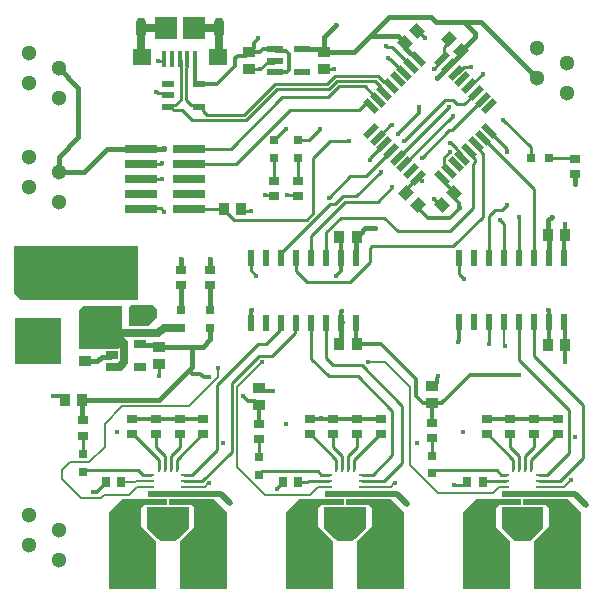
<source format=gbr>
%TF.GenerationSoftware,Altium Limited,Altium Designer,22.11.1 (43)*%
G04 Layer_Physical_Order=1*
G04 Layer_Color=255*
%FSLAX45Y45*%
%MOMM*%
%TF.SameCoordinates,5EC9F59A-04D6-4A79-9134-D6B8A4EC69BD*%
%TF.FilePolarity,Positive*%
%TF.FileFunction,Copper,L1,Top,Signal*%
%TF.Part,Single*%
G01*
G75*
%TA.AperFunction,SMDPad,CuDef*%
%ADD10R,1.05000X0.95000*%
%ADD11R,0.53260X1.45610*%
%ADD12R,1.00000X0.70000*%
%ADD13R,4.80000X4.58000*%
%ADD14R,4.00000X4.00000*%
%ADD15R,0.80000X0.80000*%
%ADD16R,0.95000X0.80000*%
%ADD17R,0.95000X1.05000*%
%ADD18R,0.80000X0.95000*%
%ADD19R,0.60000X1.62000*%
%TA.AperFunction,SMDPad,SMDef*%
%ADD20R,0.60000X0.25000*%
%ADD21R,3.50000X0.50000*%
%ADD22R,1.67500X0.50000*%
%ADD23R,3.50000X1.40000*%
%ADD24R,0.25000X0.60000*%
%TA.AperFunction,SMDPad,CuDef*%
%ADD25R,4.00000X4.00000*%
%ADD26R,1.42000X0.58000*%
G04:AMPARAMS|DCode=27|XSize=1.05mm|YSize=0.95mm|CornerRadius=0mm|HoleSize=0mm|Usage=FLASHONLY|Rotation=45.000|XOffset=0mm|YOffset=0mm|HoleType=Round|Shape=Rectangle|*
%AMROTATEDRECTD27*
4,1,4,-0.03535,-0.70711,-0.70711,-0.03535,0.03535,0.70711,0.70711,0.03535,-0.03535,-0.70711,0.0*
%
%ADD27ROTATEDRECTD27*%

G04:AMPARAMS|DCode=28|XSize=1.05mm|YSize=0.95mm|CornerRadius=0mm|HoleSize=0mm|Usage=FLASHONLY|Rotation=315.000|XOffset=0mm|YOffset=0mm|HoleType=Round|Shape=Rectangle|*
%AMROTATEDRECTD28*
4,1,4,-0.70711,0.03535,-0.03535,0.70711,0.70711,-0.03535,0.03535,-0.70711,-0.70711,0.03535,0.0*
%
%ADD28ROTATEDRECTD28*%

%ADD29R,0.80000X0.80000*%
%ADD30R,2.79400X0.73660*%
%ADD31R,1.00000X0.60000*%
G04:AMPARAMS|DCode=32|XSize=0.5008mm|YSize=1.3589mm|CornerRadius=0mm|HoleSize=0mm|Usage=FLASHONLY|Rotation=45.000|XOffset=0mm|YOffset=0mm|HoleType=Round|Shape=Rectangle|*
%AMROTATEDRECTD32*
4,1,4,0.30338,-0.65750,-0.65750,0.30338,-0.30338,0.65750,0.65750,-0.30338,0.30338,-0.65750,0.0*
%
%ADD32ROTATEDRECTD32*%

G04:AMPARAMS|DCode=33|XSize=0.5008mm|YSize=1.3589mm|CornerRadius=0mm|HoleSize=0mm|Usage=FLASHONLY|Rotation=315.000|XOffset=0mm|YOffset=0mm|HoleType=Round|Shape=Rectangle|*
%AMROTATEDRECTD33*
4,1,4,-0.65750,-0.30338,0.30338,0.65750,0.65750,0.30338,-0.30338,-0.65750,-0.65750,-0.30338,0.0*
%
%ADD33ROTATEDRECTD33*%

%ADD34R,1.90000X1.90000*%
%TA.AperFunction,ConnectorPad*%
%ADD35R,1.60000X1.40000*%
%ADD36R,0.40000X1.35000*%
%TA.AperFunction,Conductor*%
%ADD37C,0.49000*%
%ADD38C,0.33000*%
%ADD39C,0.20000*%
%ADD40C,0.45000*%
%ADD41C,0.25400*%
%ADD42C,0.40000*%
%ADD43C,0.32000*%
%ADD44C,0.35000*%
%ADD45C,0.26111*%
%ADD46C,0.70000*%
%TA.AperFunction,ComponentPad*%
%ADD47C,1.30000*%
%ADD48O,0.90000X1.80000*%
%TA.AperFunction,ViaPad*%
%ADD49C,0.45000*%
G36*
X1387500Y810392D02*
X1225000D01*
X1223030Y810000D01*
X1205000D01*
Y810000D01*
X1200000D01*
X1175000Y785000D01*
Y625000D01*
X1300000Y500000D01*
Y100000D01*
X900000D01*
Y747500D01*
X1011912Y859412D01*
X1069999D01*
X1070000Y859412D01*
X1072956Y860000D01*
X1387500D01*
Y810392D01*
D02*
G37*
G36*
X1575000Y612500D02*
X1482500Y520000D01*
X1480000D01*
Y517500D01*
X1462500Y500000D01*
X1337500D01*
X1320000Y517500D01*
Y520000D01*
X1317500D01*
X1225000Y612500D01*
Y790000D01*
X1575000D01*
Y612500D01*
D02*
G37*
G36*
X1900085Y747681D02*
Y100181D01*
X1500085D01*
Y500181D01*
X1625085Y625181D01*
Y785181D01*
X1600085Y810180D01*
X1576062D01*
X1575000Y810392D01*
X1412500D01*
Y859628D01*
X1788137D01*
X1900085Y747681D01*
D02*
G37*
G36*
X1150000Y2540000D02*
X160000D01*
X100000Y2600000D01*
Y3000000D01*
X1150000D01*
Y2540000D01*
D02*
G37*
G36*
X1310000Y2460000D02*
Y2400000D01*
X1230000Y2320000D01*
X1070000D01*
Y2480000D01*
X1090000Y2500000D01*
X1270000D01*
X1310000Y2460000D01*
D02*
G37*
G36*
X1015000Y2165000D02*
X980000Y2130000D01*
X650000D01*
Y2462500D01*
X677500Y2490000D01*
X1015000D01*
Y2165000D01*
D02*
G37*
G36*
X2887500Y810392D02*
X2725000D01*
X2723030Y810000D01*
X2705000D01*
Y810000D01*
X2700000D01*
X2675000Y785000D01*
Y625000D01*
X2800000Y500000D01*
Y100000D01*
X2400000D01*
Y747500D01*
X2511912Y859412D01*
X2599999D01*
X2600000Y859412D01*
X2602956Y860000D01*
X2887500D01*
Y810392D01*
D02*
G37*
G36*
X3075000Y612892D02*
X2982108Y520000D01*
X2980000D01*
Y517892D01*
X2962500Y500392D01*
X2837500D01*
X2820000Y517892D01*
Y520000D01*
X2817892D01*
X2725000Y612892D01*
Y790000D01*
X3075000D01*
Y612892D01*
D02*
G37*
G36*
X3400000Y747500D02*
Y100000D01*
X3000000D01*
Y500000D01*
X3125000Y625000D01*
Y785000D01*
X3100000Y810000D01*
X3095000D01*
Y810000D01*
X3076970D01*
X3075000Y810392D01*
X2912500D01*
Y859628D01*
X3287872D01*
X3400000Y747500D01*
D02*
G37*
G36*
X4575000Y612892D02*
X4482108Y520000D01*
X4480000D01*
Y517892D01*
X4462500Y500392D01*
X4337500D01*
X4320000Y517892D01*
Y520000D01*
X4317892D01*
X4225000Y612892D01*
Y790000D01*
X4575000D01*
Y612892D01*
D02*
G37*
G36*
X4387500Y810392D02*
X4225000D01*
X4223030Y810000D01*
X4205000D01*
Y810000D01*
X4200000D01*
X4175000Y785000D01*
Y625000D01*
X4300000Y500000D01*
Y100000D01*
X3900000D01*
Y747500D01*
X4012500Y860000D01*
X4387500D01*
Y810392D01*
D02*
G37*
G36*
X4900395Y747186D02*
Y99686D01*
X4500395D01*
Y499686D01*
X4625395Y624686D01*
Y784686D01*
X4600395Y809685D01*
X4595000D01*
Y810000D01*
X4576970D01*
X4575000Y810392D01*
X4412500D01*
Y859628D01*
X4787952D01*
X4900395Y747186D01*
D02*
G37*
D10*
X1325000Y2147500D02*
D03*
Y2002500D02*
D03*
X3640000Y1667500D02*
D03*
Y1812500D02*
D03*
X2170000Y1657500D02*
D03*
Y1802500D02*
D03*
X700000Y2027500D02*
D03*
Y2172500D02*
D03*
X2720000Y4497500D02*
D03*
Y4642500D02*
D03*
X2090000Y4497500D02*
D03*
Y4642500D02*
D03*
D11*
X4754000Y2900000D02*
D03*
X4627000D02*
D03*
X4500000D02*
D03*
X4373000D02*
D03*
X4246000D02*
D03*
X4119000D02*
D03*
X3992000D02*
D03*
X3865000D02*
D03*
Y2355610D02*
D03*
X3992000D02*
D03*
X4119000D02*
D03*
X4246000D02*
D03*
X4373000D02*
D03*
X4500000D02*
D03*
X4627000D02*
D03*
X4754000D02*
D03*
X2994500Y2352805D02*
D03*
X2867500D02*
D03*
X2740500D02*
D03*
X2613500D02*
D03*
X2486500D02*
D03*
X2359500D02*
D03*
X2232500D02*
D03*
X2105500D02*
D03*
Y2897195D02*
D03*
X2232500D02*
D03*
X2359500D02*
D03*
X2486500D02*
D03*
X2613500D02*
D03*
X2740500D02*
D03*
X2867500D02*
D03*
X2994500D02*
D03*
D12*
X1165000Y2170000D02*
D03*
Y1980000D02*
D03*
X925000D02*
D03*
Y2075000D02*
D03*
Y2170000D02*
D03*
D13*
X910000Y2770000D02*
D03*
D14*
X300000Y2800000D02*
D03*
D15*
X2300000Y3745000D02*
D03*
Y3895000D02*
D03*
X2500000Y3745000D02*
D03*
Y3895000D02*
D03*
X3640000Y1075000D02*
D03*
Y1225000D02*
D03*
X2170000Y1065000D02*
D03*
Y1215000D02*
D03*
X680000Y1090000D02*
D03*
Y1240000D02*
D03*
X1510000Y2310000D02*
D03*
Y2460000D02*
D03*
X1760000Y2310000D02*
D03*
Y2460000D02*
D03*
D16*
X2300000Y3555000D02*
D03*
Y3425000D02*
D03*
X2500000Y3555000D02*
D03*
Y3425000D02*
D03*
X3640000Y1505000D02*
D03*
Y1375000D02*
D03*
X2170000Y1495000D02*
D03*
Y1365000D02*
D03*
X680000Y1525000D02*
D03*
Y1395000D02*
D03*
X4100000Y1540000D02*
D03*
Y1410000D02*
D03*
X4300000Y1540000D02*
D03*
Y1410000D02*
D03*
X4500000Y1540000D02*
D03*
Y1410000D02*
D03*
X4700000Y1540000D02*
D03*
Y1410000D02*
D03*
X1100000Y1540000D02*
D03*
Y1410000D02*
D03*
X1300000Y1540000D02*
D03*
Y1410000D02*
D03*
X1500000Y1540000D02*
D03*
Y1410000D02*
D03*
X1700000Y1540000D02*
D03*
Y1410000D02*
D03*
X2600000Y1540000D02*
D03*
Y1410000D02*
D03*
X2800000Y1540000D02*
D03*
Y1410000D02*
D03*
X3000000Y1540000D02*
D03*
Y1410000D02*
D03*
X3200000Y1540000D02*
D03*
Y1410000D02*
D03*
X1510000Y2800000D02*
D03*
Y2670000D02*
D03*
X1760000Y2800000D02*
D03*
Y2670000D02*
D03*
X4850000Y3610000D02*
D03*
Y3740000D02*
D03*
D17*
X672500Y1700000D02*
D03*
X527500D02*
D03*
X2022500Y3310000D02*
D03*
X1877500D02*
D03*
X2852500Y2175000D02*
D03*
X2997500D02*
D03*
X4617500Y2160000D02*
D03*
X4762500D02*
D03*
X2852500Y3075000D02*
D03*
X2997500D02*
D03*
X4617500Y3090000D02*
D03*
X4762500D02*
D03*
D18*
X4065000Y1000000D02*
D03*
X3935000D02*
D03*
X1005000D02*
D03*
X875000D02*
D03*
X2505000D02*
D03*
X2375000D02*
D03*
D19*
X719500Y2399000D02*
D03*
X846500D02*
D03*
X973500D02*
D03*
X1100500D02*
D03*
D20*
X4260000Y1062500D02*
D03*
Y1012500D02*
D03*
Y962500D02*
D03*
X4540000D02*
D03*
Y1012500D02*
D03*
Y1062500D02*
D03*
X2760000D02*
D03*
Y1012500D02*
D03*
Y962500D02*
D03*
X3040000D02*
D03*
Y1012500D02*
D03*
Y1062500D02*
D03*
X1260000D02*
D03*
Y1012500D02*
D03*
Y962500D02*
D03*
X1540000D02*
D03*
Y1012500D02*
D03*
Y1062500D02*
D03*
D21*
X4400000Y905000D02*
D03*
X2900000D02*
D03*
X1400000D02*
D03*
D22*
X4308750Y835000D02*
D03*
X4491250D02*
D03*
X2808750D02*
D03*
X2991250D02*
D03*
X1308750D02*
D03*
X1491250D02*
D03*
D23*
X4400000Y720000D02*
D03*
X2900000D02*
D03*
X1400000D02*
D03*
D24*
X4475000Y1115000D02*
D03*
X4425000D02*
D03*
X4375000D02*
D03*
X4325000D02*
D03*
X2975000D02*
D03*
X2925000D02*
D03*
X2875000D02*
D03*
X2825000D02*
D03*
X1475000D02*
D03*
X1425000D02*
D03*
X1375000D02*
D03*
X1325000D02*
D03*
D25*
X1100000Y300000D02*
D03*
X1700000D02*
D03*
X2600000D02*
D03*
X3200000D02*
D03*
X4700000D02*
D03*
X4100000D02*
D03*
X300000Y2200000D02*
D03*
D26*
X2305500Y4665000D02*
D03*
Y4570000D02*
D03*
Y4475000D02*
D03*
X2534500D02*
D03*
Y4665000D02*
D03*
D27*
X3778734Y4751265D02*
D03*
X3881265Y4648735D02*
D03*
X3418735Y3451265D02*
D03*
X3521265Y3348735D02*
D03*
D28*
X3511265Y4821265D02*
D03*
X3408734Y4718735D02*
D03*
X3718734Y3348735D02*
D03*
X3821265Y3451265D02*
D03*
D29*
X4475000Y3750000D02*
D03*
X4625000D02*
D03*
D30*
X1581400Y3317000D02*
D03*
X1175000D02*
D03*
X1581400Y3444000D02*
D03*
X1175000D02*
D03*
X1581400Y3571000D02*
D03*
X1175000D02*
D03*
X1581400Y3698000D02*
D03*
X1175000D02*
D03*
X1581400Y3825000D02*
D03*
X1175000D02*
D03*
D31*
X1400000Y4180000D02*
D03*
Y4275000D02*
D03*
Y4370000D02*
D03*
X1660000Y4180000D02*
D03*
Y4370000D02*
D03*
D32*
X3724196Y3579824D02*
D03*
X3780764Y3636393D02*
D03*
X3837333Y3692962D02*
D03*
X3893901Y3749530D02*
D03*
X3950470Y3806099D02*
D03*
X4007038Y3862667D02*
D03*
X4063607Y3919235D02*
D03*
X4120175Y3975804D02*
D03*
X3515804Y4580175D02*
D03*
X3459236Y4523607D02*
D03*
X3402667Y4467038D02*
D03*
X3346098Y4410470D02*
D03*
X3289530Y4353901D02*
D03*
X3232962Y4297333D02*
D03*
X3176393Y4240764D02*
D03*
X3119824Y4184196D02*
D03*
D33*
X4120175D02*
D03*
X4063607Y4240764D02*
D03*
X4007038Y4297333D02*
D03*
X3950470Y4353901D02*
D03*
X3893901Y4410470D02*
D03*
X3837333Y4467038D02*
D03*
X3780764Y4523607D02*
D03*
X3724196Y4580175D02*
D03*
X3119824Y3975804D02*
D03*
X3176393Y3919236D02*
D03*
X3232962Y3862667D02*
D03*
X3289530Y3806099D02*
D03*
X3346098Y3749530D02*
D03*
X3402667Y3692962D02*
D03*
X3459235Y3636393D02*
D03*
X3515804Y3579824D02*
D03*
D34*
X1380000Y4850000D02*
D03*
X1620000D02*
D03*
D35*
X1180000Y4605000D02*
D03*
X1820000D02*
D03*
D36*
X1370000Y4582500D02*
D03*
X1435000D02*
D03*
X1500000D02*
D03*
X1565000D02*
D03*
X1630000D02*
D03*
D37*
X3227500Y905000D02*
X3342500D01*
X3427500Y820000D01*
X4745000Y905000D02*
X4842500D01*
X4621250D02*
X4745000D01*
X4400000D02*
X4621250D01*
X3121250D02*
X3227500D01*
X2900000D02*
X3121250D01*
X1760000D02*
X1850000D01*
X1645000D02*
X1760000D01*
X1400000D02*
X1645000D01*
X1850000D02*
X1926250Y828750D01*
X4842500Y905000D02*
X4937500Y810000D01*
D38*
X2325000Y942500D02*
X2375000Y992500D01*
Y1000000D01*
X430000Y1730000D02*
X497500D01*
X527500Y1700000D01*
X3676000Y1886000D02*
X3690000Y1900000D01*
X3640000Y1812500D02*
X3645000D01*
X3676000Y1843500D01*
Y1886000D01*
X3862296Y2192296D02*
Y2352906D01*
X3865000Y2355610D01*
X3860000Y2190000D02*
X3862296Y2192296D01*
X1100000Y1540000D02*
X1300000D01*
X1500000D02*
X1700000D01*
X2600000Y1540000D02*
X2800000D01*
X2592500Y1540000D02*
X2600000D01*
X3000000Y1540000D02*
X3200000D01*
X1605000Y1920000D02*
X1672224D01*
X1575000Y1950000D02*
X1605000Y1920000D01*
X1672224D02*
X1702204Y1890021D01*
X1745388D01*
X1747684Y1892317D01*
X1575000Y1950000D02*
X1575000D01*
X2200204Y1772296D02*
X2287704D01*
X2170000Y1802500D02*
X2200204Y1772296D01*
X2287704D02*
X2290000Y1770000D01*
X4500000Y1540000D02*
X4700000D01*
X4300000D02*
X4500000D01*
X4200000D02*
X4300000D01*
X4100000D02*
X4200000D01*
X4100000Y1540000D02*
X4100000Y1540000D01*
X2997500Y2175000D02*
X3202500D01*
X3500000Y1800000D02*
Y1877500D01*
X3202500Y2175000D02*
X3500000Y1877500D01*
X2034243Y1730996D02*
Y1734243D01*
Y1730996D02*
X2074747Y1690491D01*
Y1688500D02*
Y1690491D01*
X2165000Y1657500D02*
X2170000D01*
X2134000Y1688500D02*
X2165000Y1657500D01*
X2074747Y1688500D02*
X2134000D01*
X2996000Y2176500D02*
Y2351305D01*
Y2176500D02*
X2997500Y2175000D01*
X2994500Y2352805D02*
X2996000Y2351305D01*
X2800000Y1540000D02*
X3000000D01*
X2600000Y1540000D02*
X2600000Y1540000D01*
X3647669Y1675169D02*
X3722669D01*
X3734119Y1685000D02*
X3959119Y1910000D01*
X4370000D01*
X3732500Y1685000D02*
X3734119D01*
X3722669Y1675169D02*
X3732500Y1685000D01*
X3640000Y1667500D02*
X3647669Y1675169D01*
X3640000Y1505000D02*
Y1667500D01*
X2170000Y1495000D02*
Y1657500D01*
X802500Y920000D02*
X875000Y992500D01*
X770000Y920000D02*
X802500D01*
X875000Y992500D02*
Y1000000D01*
X1300000Y1540000D02*
X1500000D01*
X4761250Y2021250D02*
Y2158750D01*
X4760000Y2020000D02*
X4761250Y2021250D01*
Y2158750D02*
X4762500Y2160000D01*
X3634831Y1672669D02*
X3640000Y1667500D01*
X3500000Y1730000D02*
X3557331Y1672669D01*
X3634831D01*
X3500000Y1730000D02*
Y1800000D01*
X4754000Y2355610D02*
X4758250Y2351360D01*
Y2164250D02*
Y2351360D01*
Y2164250D02*
X4762500Y2160000D01*
D39*
X1981743Y1130831D02*
X2222573Y890000D01*
X2600000D01*
X2672500Y962500D01*
X2760000D01*
X837500Y867500D02*
X860000Y890000D01*
X1070000D01*
X1142500Y962500D01*
X1015000Y1647500D02*
X1577113D01*
X1820000Y1890387D01*
X865340Y1497840D02*
X1015000Y1647500D01*
X1820000Y1890387D02*
Y1970000D01*
X3448100Y1144474D02*
Y1642287D01*
Y1144474D02*
X3682574Y910000D01*
X3447500Y1642887D02*
X3448100Y1642287D01*
X3447500Y1642887D02*
Y1806746D01*
X865340Y1302914D02*
Y1497840D01*
X3090000Y2020000D02*
X3094783Y2015217D01*
X3239030D01*
X3447500Y1806746D01*
X4202500Y962500D02*
X4260000D01*
X3682574Y910000D02*
X4150000D01*
X4202500Y962500D01*
X662500Y867500D02*
X837500D01*
X500000Y1030000D02*
X662500Y867500D01*
X500000Y1030000D02*
Y1100000D01*
X570000Y1170000D01*
X732426D01*
X865340Y1302914D01*
X1981743Y1803678D02*
X2194363Y2016298D01*
X1981743Y1130831D02*
Y1803678D01*
X3040000Y962500D02*
X3290735D01*
X3318235Y990000D02*
X3325000D01*
X3290735Y962500D02*
X3318235Y990000D01*
X4540000Y962500D02*
X4752500D01*
X4810000Y1020000D01*
X1740735Y990000D02*
X1747500D01*
X1540000Y962500D02*
X1713235D01*
X1740735Y990000D01*
X4248000Y2152000D02*
Y2353610D01*
Y2152000D02*
X4250000Y2150000D01*
X4246000Y2355610D02*
X4248000Y2353610D01*
X1123432Y1000000D02*
X1135932Y1012500D01*
X1005000Y1000000D02*
X1123432D01*
X1135932Y1012500D02*
X1260000D01*
X1142500Y962500D02*
X1260000D01*
D40*
X676250Y1528750D02*
Y1696250D01*
X672500Y1700000D02*
X1325000D01*
X1575000Y1950000D01*
X1600000Y1975000D01*
X4850000Y3525000D02*
Y3610000D01*
X4617500Y3090000D02*
Y3217500D01*
X4650000Y3250000D01*
X4617500Y3090000D02*
X4622870Y3084630D01*
Y2904130D02*
X4627000Y2900000D01*
X4622870Y2904130D02*
Y3084630D01*
X702500Y2025000D02*
X802500D01*
X840000Y2062500D02*
X912500D01*
X802500Y2025000D02*
X840000Y2062500D01*
X676250Y1528750D02*
X680000Y1525000D01*
X672500Y1700000D02*
X676250Y1696250D01*
X1600000Y2147500D02*
X1697500D01*
X1325000D02*
X1600000D01*
Y1975000D02*
Y2147500D01*
X1697500D02*
X1760000Y2210000D01*
Y2310000D01*
X1510000Y2800000D02*
Y2890000D01*
X1760000Y2800000D02*
Y2890000D01*
X700000Y2027500D02*
X702500Y2025000D01*
X912500Y2062500D02*
X925000Y2075000D01*
X450000Y2050000D02*
X472500Y2027500D01*
X1176250Y2158750D02*
X1313750D01*
X1325000Y2147500D01*
X1165000Y2170000D02*
X1176250Y2158750D01*
X2997500Y3080000D02*
X3022500Y3105000D01*
X3027500D01*
X3072500Y3150000D01*
X2997500Y3075000D02*
Y3080000D01*
X3072500Y3150000D02*
X3150000D01*
X2867500Y2352805D02*
X2871630Y2356935D01*
X2863370Y2185870D02*
Y2348675D01*
X2867500Y2352805D01*
X2852500Y2175000D02*
X2863370Y2185870D01*
X2996000Y2898695D02*
Y3073500D01*
X1760000Y2460000D02*
Y2670000D01*
X1510000Y2460000D02*
Y2670000D01*
D41*
X1325000Y1900000D02*
Y2002500D01*
X1320000D02*
X1325000D01*
X1320000Y4570000D02*
X1362700D01*
Y4575200D02*
X1370000Y4582500D01*
X1362700Y4570000D02*
Y4575200D01*
X1602500Y1062500D02*
X1814800Y1274800D01*
Y1824800D02*
X2160000Y2170000D01*
X1814800Y1274800D02*
Y1824800D01*
X4612500Y1062500D02*
X4794800Y1244800D01*
Y1615200D01*
X4373000Y2037000D02*
X4794800Y1615200D01*
X3724196Y4580175D02*
X3754534Y4610514D01*
X3738275Y4644224D02*
X3754534Y4627966D01*
Y4610514D02*
Y4627966D01*
X3738275Y4644224D02*
Y4684639D01*
X3778734Y4725098D01*
Y4751265D01*
X3724196Y4577185D02*
Y4580175D01*
X1318204Y4292300D02*
X1382700D01*
X1400000Y4275000D01*
X1305304Y4305200D02*
X1318204Y4292300D01*
X1300000Y4305200D02*
X1305304D01*
X2300000Y3895000D02*
X2395000Y3990000D01*
X2400000D01*
X3263750Y4586250D02*
X3283456D01*
X3260000Y4590000D02*
X3263750Y4586250D01*
X3283456D02*
X3402667Y4467038D01*
X2630000Y3750000D02*
X2770000Y3890000D01*
X2930000D01*
X3980000Y3693295D02*
X4000468Y3713763D01*
Y3738649D01*
X3950470Y3788647D02*
X4000468Y3738649D01*
X3980000Y3320000D02*
Y3693295D01*
X3950470Y3788647D02*
Y3806099D01*
X4070000Y3250000D02*
Y3782254D01*
X4007038Y3845216D02*
X4070000Y3782254D01*
X3784800Y3124800D02*
X3980000Y3320000D01*
X3345200Y3124800D02*
X3784800D01*
X3854784Y4467038D02*
X3907746Y4520000D01*
X3837333Y4467038D02*
X3854784D01*
X3907746Y4520000D02*
X3970000D01*
X3580000Y4760000D02*
X3580000D01*
X3511265Y4821265D02*
X3518734D01*
X3580000Y4760000D01*
X3650000Y4500000D02*
Y4502990D01*
X3724196Y4577185D01*
X1341500Y3318500D02*
X1370000Y3290000D01*
X1176500Y3318500D02*
X1341500D01*
X1175000Y3317000D02*
X1176500Y3318500D01*
X2410000Y3430000D02*
X2495000D01*
X2500000Y3425000D01*
X2220000Y3430000D02*
X2295000D01*
X2300000Y3425000D01*
X2430000Y4150000D02*
X3017699D01*
X2247700Y3967700D02*
X2430000Y4150000D01*
X3017699D02*
X3077134Y4209435D01*
X3094585D02*
X3119824Y4184196D01*
X3077134Y4209435D02*
X3094585D01*
X2851508Y4351889D02*
X3065268D01*
X3176393Y4240764D01*
X2370000Y4260000D02*
X2759619D01*
X2851508Y4351889D01*
X2500000Y3895000D02*
X2595000D01*
X2690000Y3990000D01*
X1935000Y3825000D02*
X2370000Y4260000D01*
X2230000Y2170000D02*
X2345570Y2285570D01*
X2160000Y2170000D02*
X2230000D01*
X2345570Y2338875D02*
X2359500Y2352805D01*
X2345570Y2285570D02*
Y2338875D01*
X1691935Y1012500D02*
X1939043Y1259607D01*
Y1839043D01*
X1540000Y1062500D02*
X1602500D01*
X2740500Y2049500D02*
X2800000Y1990000D01*
X3040000D02*
X3380000Y1650000D01*
X2800000Y1990000D02*
X3040000D01*
X2740500Y2049500D02*
Y2352805D01*
X2760000Y1900000D02*
X3005795D01*
X2613500Y2046500D02*
Y2352805D01*
Y2046500D02*
X2760000Y1900000D01*
X3005795D02*
X3300000Y1605795D01*
X3380000Y1160000D02*
Y1650000D01*
X3040000Y1062500D02*
X3132500D01*
X3300000Y1230000D02*
Y1605795D01*
X3132500Y1062500D02*
X3300000Y1230000D01*
X4915400Y1205400D02*
Y1654600D01*
X4500000Y2070000D02*
Y2355610D01*
Y2070000D02*
X4915400Y1654600D01*
X4540000Y1062500D02*
X4612500D01*
X3230000Y3240000D02*
X3345200Y3124800D01*
X2865000Y3240000D02*
X3230000D01*
X2740500Y3115500D02*
X2865000Y3240000D01*
X3825505Y3005505D02*
X4070000Y3250000D01*
X4119000Y2900000D02*
Y3255218D01*
X4171000Y3307218D01*
X3824825Y3005505D02*
X3825505D01*
X3816718Y2997398D02*
X3824825Y3005505D01*
X3127156Y2997398D02*
X3816718D01*
X3112277Y2869292D02*
Y2982519D01*
X3127156Y2997398D01*
X1581400Y3825000D02*
X1935000D01*
X2246455Y3967700D02*
X2247700D01*
X1581400Y3698000D02*
X1978000D01*
X2227300Y3947300D01*
Y3948545D02*
X2246455Y3967700D01*
X2227300Y3947300D02*
Y3948545D01*
X2720000Y4497500D02*
X2722500Y4500000D01*
X2810000D01*
X1176000Y3699000D02*
X1349000D01*
X1350000Y3700000D01*
X1175000Y3698000D02*
X1176000Y3699000D01*
X1175000Y3571000D02*
X1175500Y3570500D01*
X1349500D01*
X1350000Y3570000D01*
X2032500Y3300000D02*
X2100000D01*
X2022500Y3310000D02*
X2032500Y3300000D01*
X3515804Y3579824D02*
X3520176D01*
X3550000Y3550000D01*
X3701266Y3348735D02*
X3718734D01*
X3650000Y3400000D02*
X3650000D01*
X3701266Y3348735D01*
X2171498Y2071498D02*
X2281498D01*
X2473394Y2263394D02*
Y2337473D01*
X2281498Y2071498D02*
X2473394Y2263394D01*
Y2337473D02*
X2486500Y2350579D01*
X3232500Y1012500D02*
X3380000Y1160000D01*
X4722500Y1012500D02*
X4915400Y1205400D01*
X1939043Y1839043D02*
X2171498Y2071498D01*
X1540000Y1012500D02*
X1691935D01*
X3040000D02*
X3232500D01*
X2580200Y2694800D02*
X2937785D01*
X2486500Y2788500D02*
X2580200Y2694800D01*
X2937785D02*
X3112277Y2869292D01*
X2105500Y2794500D02*
Y2897195D01*
Y2794500D02*
X2150000Y2750000D01*
X3850000Y4200000D02*
X3909705D01*
X4007038Y4297333D01*
X3400000Y3890000D02*
X3745200Y4235200D01*
X3814800D01*
X3850000Y4200000D01*
X3347814Y3749530D02*
X3778284Y4180000D01*
X3780000D01*
X3346098Y3749530D02*
X3347814D01*
X3278407Y4021250D02*
X3296250D01*
X3176393Y3919236D02*
X3278407Y4021250D01*
X3296250D02*
X3300000Y4025000D01*
X2995400Y3420400D02*
X3200000Y3625000D01*
X2881195Y3420400D02*
X2995400D01*
X2815595Y3354800D02*
X2881195Y3420400D01*
X2770930Y3354800D02*
X2815595D01*
X2359500Y2943370D02*
X2770930Y3354800D01*
X2359500Y2897195D02*
Y2943370D01*
X3073824Y3590392D02*
X3289530Y3806099D01*
X2940392Y3590392D02*
X3073824D01*
X2760000Y3410000D02*
X2940392Y3590392D01*
X3175000Y3375000D02*
X3300000Y3500000D01*
X2900000Y3375000D02*
X3175000D01*
X2613500Y3088500D02*
X2900000Y3375000D01*
X2613500Y2897195D02*
Y3088500D01*
X2486500Y2788500D02*
Y2897195D01*
X4007038Y3845216D02*
Y3862667D01*
X4210000Y3220000D02*
X4246000Y3184000D01*
Y2900000D02*
Y3184000D01*
X4227219Y3307218D02*
X4270000Y3350000D01*
X4171000Y3307218D02*
X4227219D01*
X3736721Y3697888D02*
Y3750000D01*
Y3697888D02*
X3780764Y3653845D01*
X3736721Y3750000D02*
X3784140Y3797419D01*
X3793677Y3871250D02*
X3844644Y3820284D01*
X3784140Y3797419D02*
X3789444D01*
X3844644Y3816240D02*
X3893901Y3766982D01*
X3789633Y3871250D02*
X3793677D01*
X3844644Y3816240D02*
Y3820284D01*
X3783414Y3983414D02*
X3805349D01*
X3550000Y3750000D02*
X3783414Y3983414D01*
X4062700Y4240764D02*
X4063607D01*
X3805349Y3983414D02*
X4062700Y4240764D01*
X2740500Y2897195D02*
Y3115500D01*
X3300000Y3500000D02*
Y3500000D01*
X4370000Y3243032D02*
X4373000Y3240032D01*
Y2900000D02*
Y3240032D01*
X3402667Y3692962D02*
X3402814D01*
X3809853Y4100000D02*
X3810000D01*
X3402814Y3692962D02*
X3809853Y4100000D01*
X2630000Y3280000D02*
Y3750000D01*
X2574800Y3224800D02*
X2630000Y3280000D01*
X3819881Y4467038D02*
X3837333D01*
X4373000Y2037000D02*
Y2355610D01*
X4182500Y1100000D02*
X4219800Y1062700D01*
X3665000Y1100000D02*
X4182500D01*
X4219800Y1062700D02*
X4259800D01*
X4077500Y1012500D02*
X4260000D01*
X4065000Y1000000D02*
X4077500Y1012500D01*
X4259800Y1062700D02*
X4260000Y1062500D01*
X3910000Y975000D02*
X3935000Y1000000D01*
X3820000Y975000D02*
X3910000D01*
X2505000Y1000000D02*
X2580000D01*
X2592500Y1012500D02*
X2760000D01*
X2580000Y1000000D02*
X2592500Y1012500D01*
X3865000Y2765000D02*
Y2900000D01*
Y2765000D02*
X3910000Y2720000D01*
X2180600Y4497500D02*
X2236800Y4553700D01*
X2289200D02*
X2305500Y4570000D01*
X2090000Y4497500D02*
X2180600D01*
X2236800Y4553700D02*
X2289200D01*
X2667700Y1092300D02*
X2697500Y1062500D01*
X2760000D01*
X4119500Y2170500D02*
Y2355110D01*
X4119000Y2355610D02*
X4119500Y2355110D01*
Y2170500D02*
X4120000Y2170000D01*
X3893901Y3749530D02*
Y3766982D01*
X1957700Y3224800D02*
X2574800D01*
X1877500Y3305000D02*
X1957700Y3224800D01*
X1877500Y3305000D02*
Y3310000D01*
X3113750Y3733750D02*
Y3743456D01*
X3232962Y3862667D01*
X3110000Y3730000D02*
X3113750Y3733750D01*
X3780764Y3636393D02*
Y3653845D01*
X4475000Y3750000D02*
Y3835000D01*
X4240000Y4070000D02*
X4475000Y3835000D01*
X3253750Y4686250D02*
X3296593D01*
X3459236Y4523607D01*
X3250000Y4690000D02*
X3253750Y4686250D01*
X4625000Y3750000D02*
X4840000D01*
X4850000Y3740000D01*
X4270000Y3800000D02*
Y3825979D01*
X4120175Y3975804D02*
X4270000Y3825979D01*
X3958598Y4353901D02*
X4064696Y4460000D01*
X3950470Y4353901D02*
X3958598D01*
X4064696Y4460000D02*
X4070000D01*
X4063607Y3919235D02*
X4500000Y3482842D01*
Y2900000D02*
Y3482842D01*
X2300000Y3555000D02*
Y3745000D01*
X2500000Y3555000D02*
Y3745000D01*
X3511265Y4821265D02*
Y4821265D01*
X3510450Y3574471D02*
X3515804Y3579824D01*
X3418735Y3482755D02*
X3510450Y3574471D01*
X3418735Y3451265D02*
Y3482755D01*
X3510450Y3557019D02*
Y3574471D01*
X1581400Y3317000D02*
X1870500D01*
X1877500Y3310000D01*
X4540000Y1012500D02*
X4722500D01*
X680000Y1240000D02*
Y1395000D01*
X2170000Y1215000D02*
Y1365000D01*
X4475000Y1192501D02*
X4692500Y1410000D01*
X4700000D01*
X4475000Y1115000D02*
Y1192501D01*
X4500000Y1294900D02*
Y1410000D01*
X4425000Y1219900D02*
X4500000Y1294900D01*
X4425000Y1115000D02*
Y1219900D01*
X4375000Y1115000D02*
Y1219900D01*
X4300000Y1294900D02*
Y1410000D01*
Y1294900D02*
X4375000Y1219900D01*
X4107500Y1410000D02*
X4325000Y1192500D01*
X4100000Y1410000D02*
X4107500D01*
X4325000Y1115000D02*
Y1192500D01*
X3192500Y1410000D02*
X3200000D01*
X2975000Y1192501D02*
X3192500Y1410000D01*
X2975000Y1115000D02*
Y1192501D01*
X2925000Y1219900D02*
X3000000Y1294900D01*
X2925000Y1115000D02*
Y1219900D01*
X3000000Y1294900D02*
Y1410000D01*
X2800000Y1295000D02*
Y1410000D01*
Y1295000D02*
X2875000Y1220000D01*
Y1115000D02*
Y1220000D01*
X2607500Y1410000D02*
X2825000Y1192500D01*
Y1115000D02*
Y1192500D01*
X2600000Y1410000D02*
X2607500D01*
X1475000Y1192500D02*
X1692500Y1410000D01*
X1475000Y1115000D02*
Y1192500D01*
X1692500Y1410000D02*
X1700000D01*
X1500000Y1294900D02*
Y1410000D01*
X1425000Y1115000D02*
Y1219900D01*
X1500000Y1294900D01*
X1100000Y1410000D02*
X1107500D01*
X1325000Y1192500D01*
Y1115000D02*
Y1192500D01*
X1375000Y1115000D02*
Y1219900D01*
X1300000Y1294900D02*
Y1410000D01*
Y1294900D02*
X1375000Y1219900D01*
X690000Y1100000D02*
X1150000D01*
X680000Y1090000D02*
X690000Y1100000D01*
X1187500Y1062500D02*
X1260000D01*
X1150000Y1100000D02*
X1187500Y1062500D01*
X2197300Y1092300D02*
X2667700D01*
X2170000Y1065000D02*
X2197300Y1092300D01*
X3640000Y1225000D02*
Y1375000D01*
Y1075000D02*
X3665000Y1100000D01*
D42*
X1363647Y3825000D02*
X1368647Y3830000D01*
X1370000D01*
X885742Y3825000D02*
X1363647D01*
X3780764Y4520764D02*
Y4523607D01*
X3680000Y4420000D02*
X3780764Y4520764D01*
X3670000Y4898000D02*
X3910000D01*
X4000000Y4767470D02*
Y4808000D01*
X3910000Y4898000D02*
X4000000Y4808000D01*
X3881265Y4648735D02*
X4000000Y4767470D01*
X3910000Y4898000D02*
X4048000D01*
X3881265Y4624108D02*
Y4648735D01*
X3628000Y4940000D02*
X3670000Y4898000D01*
X4048000D02*
X4525000Y4421000D01*
X3110000Y4780000D02*
X3270000Y4940000D01*
X3628000D01*
X2720000Y4642500D02*
Y4770000D01*
X2820000Y4870000D01*
X2720000Y4642500D02*
X2972500D01*
X3408734Y4718735D02*
X3408734D01*
X3347469Y4780000D02*
X3408734Y4718735D01*
X3110000Y4780000D02*
X3347469D01*
X2972500Y4642500D02*
X3110000Y4780000D01*
X2534500Y4665000D02*
X2697500D01*
X2720000Y4642500D01*
X3509825Y4580175D02*
X3515804D01*
X3408734Y4681266D02*
X3509825Y4580175D01*
X3408734Y4681266D02*
Y4718735D01*
X3780764Y4523607D02*
X3881265Y4624108D01*
X640000Y3920000D02*
Y4339000D01*
X475000Y3625000D02*
Y3755000D01*
X640000Y3920000D01*
X475000Y3625000D02*
X685742D01*
X885742Y3825000D01*
X475000Y4504000D02*
X640000Y4339000D01*
D43*
X2126500Y4674000D02*
Y4722982D01*
X2092500Y4645000D02*
X2097500D01*
X2126500Y4722982D02*
X2160000Y4756482D01*
X2097500Y4645000D02*
X2126500Y4674000D01*
X2160000Y4756482D02*
Y4760000D01*
X2107750Y2355055D02*
Y2457750D01*
X2110000Y2460000D01*
X2105500Y2352805D02*
X2107750Y2355055D01*
X2868750Y2359815D02*
X2871630Y2356935D01*
X2868750Y2359815D02*
Y2448750D01*
X2870000Y2450000D01*
X4622487Y2406297D02*
X4627000Y2401785D01*
X4622487Y2406297D02*
Y2457512D01*
X4620000Y2460000D02*
X4622487Y2457512D01*
X4627000Y2169500D02*
Y2401785D01*
X1817250Y4370000D02*
X1970000Y4522750D01*
Y4590000D01*
X1644000Y4370000D02*
X1817250D01*
X2092500Y4645000D02*
X2105737D01*
X2058500Y4611000D02*
X2092500Y4645000D01*
X2105737D02*
X2181505D01*
X1970000Y4590000D02*
X1991000Y4611000D01*
X2058500D01*
X2825000Y2750000D02*
X2863370Y2788370D01*
Y2893065D02*
X2867500Y2897195D01*
X2863370Y2788370D02*
Y2893065D01*
X2852500Y3075000D02*
X2867500Y3060000D01*
Y2897195D02*
Y3060000D01*
X2205505Y4669000D02*
X2230000D01*
X2181505Y4645000D02*
X2205505Y4669000D01*
X1630000Y4384000D02*
X1644000Y4370000D01*
X1630000Y4384000D02*
Y4582500D01*
X2427500Y4493745D02*
Y4622500D01*
X2398000Y4652000D02*
X2427500Y4622500D01*
X2318500Y4652000D02*
X2398000D01*
X2305500Y4665000D02*
X2318500Y4652000D01*
X2305500Y4475000D02*
X2408755D01*
X2427500Y4493745D01*
X4617500Y2160000D02*
X4627000Y2169500D01*
D44*
X3604896Y3240000D02*
X3790000D01*
X3870000Y3320000D01*
X3821265Y3408839D02*
Y3457651D01*
X3868087Y3321913D02*
X3870000Y3320000D01*
X3868087Y3321913D02*
Y3362017D01*
X3821265Y3408839D02*
X3868087Y3362017D01*
X3521265Y3323631D02*
X3604896Y3240000D01*
X3523087Y4123087D02*
Y4173087D01*
X3350000Y3950000D02*
X3523087Y4123087D01*
X2994500Y2897195D02*
X2996000Y2898695D01*
Y3073500D02*
X2997500Y3075000D01*
X3754534Y3524382D02*
X3821265Y3457651D01*
X3754534Y3524382D02*
Y3549486D01*
X3724196Y3579824D02*
X3754534Y3549486D01*
X3521265Y3323631D02*
Y3348735D01*
X4760000Y3092500D02*
X4762500Y3090000D01*
X4760000Y3092500D02*
Y3190000D01*
X4754000Y2900000D02*
Y3081500D01*
X4762500Y3090000D01*
D45*
X2813323Y4444076D02*
X3175619D01*
X3228033Y4391662D01*
X2832555Y4397644D02*
X3156387D01*
X2744080Y4374833D02*
X2813323Y4444076D01*
X3156387Y4397644D02*
X3195201Y4358830D01*
X2763313Y4328402D02*
X2832555Y4397644D01*
X2324065Y4328402D02*
X2763313D01*
X2304833Y4374833D02*
X2744080D01*
X2040833Y4110833D02*
X2304833Y4374833D01*
X2060066Y4064402D02*
X2324065Y4328402D01*
X1603823Y4064402D02*
X2060066D01*
X1729167Y4110833D02*
X2040833D01*
X1660000Y4180000D02*
X1680000D01*
X1696945Y4143055D02*
Y4163056D01*
X1517712Y4150513D02*
X1603823Y4064402D01*
X1696945Y4143055D02*
X1729167Y4110833D01*
X1449487Y4150513D02*
X1517712D01*
X1680000Y4180000D02*
X1696945Y4163056D01*
X1420000Y4180000D02*
X1449487Y4150513D01*
X1506624Y4240296D02*
Y4575876D01*
X1416944Y4196944D02*
X1463273D01*
X1506624Y4240296D01*
X1400000Y4180000D02*
X1420000D01*
X1500000Y4582500D02*
X1506624Y4575876D01*
X1400000Y4180000D02*
X1416944Y4196944D01*
X1596567D02*
X1643056D01*
X1660000Y4180000D01*
X1558056Y4575555D02*
X1565000Y4582500D01*
X1558056Y4515100D02*
Y4575555D01*
X1553056Y4510100D02*
X1558056Y4515100D01*
X1553056Y4240456D02*
X1596567Y4196944D01*
X1553056Y4240456D02*
Y4510100D01*
X3195201Y4352042D02*
X3232962Y4314281D01*
X3195201Y4352042D02*
Y4358830D01*
X3232962Y4297333D02*
Y4314281D01*
X3272581Y4353901D02*
X3289530D01*
X3234821Y4391662D02*
X3272581Y4353901D01*
X3228033Y4391662D02*
X3234821D01*
D46*
X990000Y2260000D02*
X1320000D01*
X1370000Y2310000D01*
X1510000D01*
X980000Y2250000D02*
X990000Y2260000D01*
X980000Y2230000D02*
X1030000Y2180000D01*
X980000Y2230000D02*
Y2250000D01*
X1030000Y2098609D02*
Y2180000D01*
Y2017218D02*
Y2098609D01*
X992782Y1980000D02*
X1030000Y2017218D01*
X925000Y1980000D02*
X992782D01*
X1180000Y4605000D02*
X1202500Y4582500D01*
X1170000Y4850000D02*
X1380000D01*
X1170000Y4615000D02*
X1180000Y4605000D01*
X1170000Y4615000D02*
Y4850000D01*
X1820000Y4605000D02*
X1830000Y4615000D01*
Y4850000D01*
X1620000D02*
X1830000D01*
D47*
X475000Y346000D02*
D03*
X221000Y473000D02*
D03*
X475000Y600000D02*
D03*
X221000Y727000D02*
D03*
X4525000Y4675000D02*
D03*
X4779000Y4548000D02*
D03*
X4525000Y4421000D02*
D03*
X4779000Y4294000D02*
D03*
X475000Y3371000D02*
D03*
X221000Y3498000D02*
D03*
X475000Y3625000D02*
D03*
X221000Y3752000D02*
D03*
X475000Y4250000D02*
D03*
X221000Y4377000D02*
D03*
X475000Y4504000D02*
D03*
X221000Y4631000D02*
D03*
D48*
X1170000Y4850000D02*
D03*
X1830000D02*
D03*
D49*
X2325000Y942500D02*
D03*
X1325000Y1900000D02*
D03*
X1320000Y4570000D02*
D03*
X430000Y1730000D02*
D03*
X802500Y2025000D02*
D03*
X3690000Y1900000D02*
D03*
X972655Y1422655D02*
D03*
X1870000Y1330000D02*
D03*
X4850000Y1380000D02*
D03*
X3900000Y1430000D02*
D03*
X3510000Y1330000D02*
D03*
X2400000Y1490000D02*
D03*
X1300000Y4305200D02*
D03*
X2400000Y3990000D02*
D03*
X1370000Y3830000D02*
D03*
X2160000Y4760000D02*
D03*
X3260000Y4590000D02*
D03*
X2930000Y3890000D02*
D03*
X3870000Y3320000D02*
D03*
X3970000Y4520000D02*
D03*
X1370000Y3290000D02*
D03*
X2410000Y3430000D02*
D03*
X2220000D02*
D03*
X2690000Y3990000D02*
D03*
X1747684Y1892317D02*
D03*
X2810000Y4500000D02*
D03*
X1350000Y3700000D02*
D03*
Y3570000D02*
D03*
X3550000Y3550000D02*
D03*
X3650000Y3400000D02*
D03*
X4850000Y3525000D02*
D03*
X980000Y2250000D02*
D03*
X920000Y2290000D02*
D03*
X860000Y2250000D02*
D03*
X800000Y2290000D02*
D03*
X1160000Y2410000D02*
D03*
X1230000Y2390000D02*
D03*
X1220000Y2470000D02*
D03*
X2110000Y2460000D02*
D03*
X2870000Y2450000D02*
D03*
X4620000Y2460000D02*
D03*
X4120000Y2170000D02*
D03*
X450000Y2200000D02*
D03*
Y2350000D02*
D03*
X910000Y2440000D02*
D03*
X780000D02*
D03*
X910000Y2370000D02*
D03*
X780000Y2360000D02*
D03*
X680000Y2290000D02*
D03*
X740000Y2250000D02*
D03*
X3860000Y2190000D02*
D03*
X1030000Y2180000D02*
D03*
Y2098609D02*
D03*
Y2017218D02*
D03*
X1510000Y2890000D02*
D03*
X1760000D02*
D03*
X2290000Y1770000D02*
D03*
X300000Y2050000D02*
D03*
Y2350000D02*
D03*
Y2200000D02*
D03*
X150000D02*
D03*
Y2050000D02*
D03*
X450000D02*
D03*
X150000Y2350000D02*
D03*
X4600000Y1540000D02*
D03*
X4200000Y1540000D02*
D03*
X2697500Y1542500D02*
D03*
X1600000Y1540000D02*
D03*
X1200000D02*
D03*
X3102500D02*
D03*
X1760000Y905000D02*
D03*
X1645000D02*
D03*
X3150000Y3150000D02*
D03*
X3090000Y2020000D02*
D03*
X2034243Y1734243D02*
D03*
X2194363Y2016298D02*
D03*
X1820000Y1970000D02*
D03*
X3325000Y990000D02*
D03*
X3227500Y905000D02*
D03*
X2825000Y2750000D02*
D03*
X2150000D02*
D03*
X3400000Y3890000D02*
D03*
X3200000Y3625000D02*
D03*
X3300000Y4025000D02*
D03*
X3350000Y3950000D02*
D03*
X4210000Y3220000D02*
D03*
X3789444Y3797419D02*
D03*
X3789633Y3871250D02*
D03*
X3550000Y3750000D02*
D03*
X3300000Y3500000D02*
D03*
X4370000Y3243032D02*
D03*
X3525000Y4175000D02*
D03*
X3650000Y4500000D02*
D03*
X3680000Y4420000D02*
D03*
X1926250Y828750D02*
D03*
X1850000Y905000D02*
D03*
X4621250D02*
D03*
X4745000D02*
D03*
X4937500Y810000D02*
D03*
X4842500Y905000D02*
D03*
X3427500Y820000D02*
D03*
X3342500Y905000D02*
D03*
X3121250D02*
D03*
X3820000Y975000D02*
D03*
X4810000Y1020000D02*
D03*
X1747500Y990000D02*
D03*
X1525000Y625000D02*
D03*
X1275000D02*
D03*
X1350000Y550000D02*
D03*
X1450000D02*
D03*
X2950000D02*
D03*
X2850000D02*
D03*
X2775000Y625000D02*
D03*
X3025000D02*
D03*
X4450000Y550000D02*
D03*
X4350000D02*
D03*
X4525000Y625000D02*
D03*
X4275000D02*
D03*
X2820000Y4870000D02*
D03*
X770000Y920000D02*
D03*
X4760000Y2020000D02*
D03*
X4370000Y1910000D02*
D03*
X3910000Y2720000D02*
D03*
X2180600Y4497500D02*
D03*
X3580000Y4760000D02*
D03*
X4650000Y3250000D02*
D03*
X2100000Y3300000D02*
D03*
X4760000Y3190000D02*
D03*
X3500000Y1800000D02*
D03*
X4250000Y2150000D02*
D03*
X2760000Y3410000D02*
D03*
X3110000Y3730000D02*
D03*
X4240000Y4070000D02*
D03*
X4270000Y3350000D02*
D03*
X3250000Y4690000D02*
D03*
X3810000Y4100000D02*
D03*
X3780000Y4180000D02*
D03*
X4270000Y3800000D02*
D03*
X4070000Y4460000D02*
D03*
%TF.MD5,355322bbeb84cdac1a5293f315a35140*%
M02*

</source>
